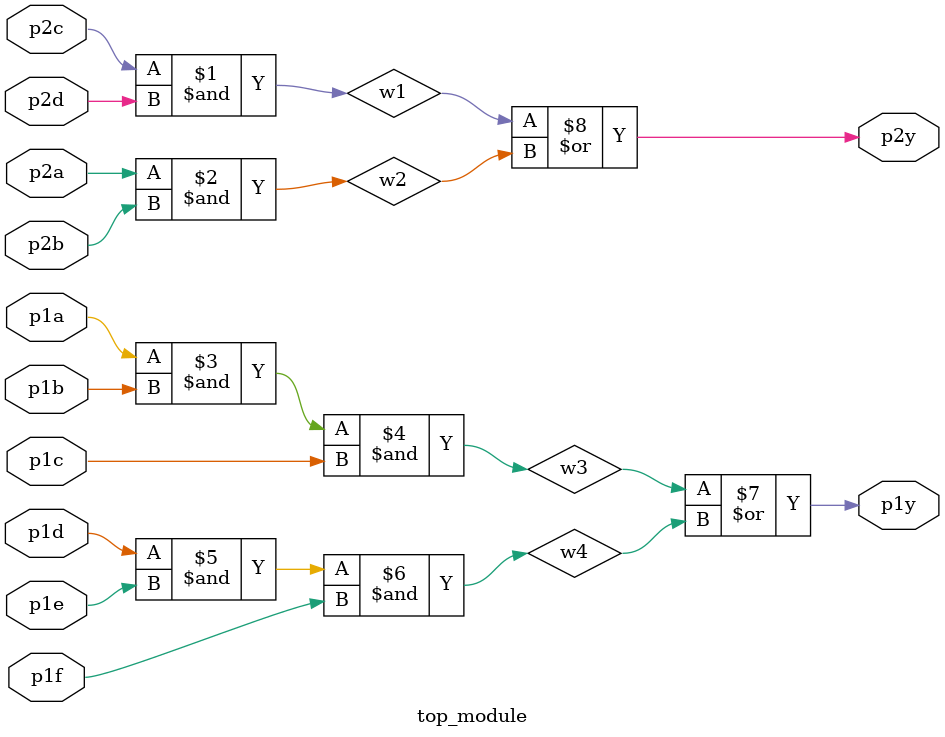
<source format=v>
module top_module ( 
    input p1a, p1b, p1c, p1d, p1e, p1f,
    output p1y,
    input p2a, p2b, p2c, p2d,
    output p2y );

    wire w1, w2, w3, w4;
    
    assign w1 = p2c & p2d;
    assign w2 = p2a & p2b;
    assign w3 = p1a & p1b & p1c;
    assign w4 = p1d & p1e & p1f;
    assign {p2y, p1y} = {(w1 | w2), (w3 | w4)};

endmodule

</source>
